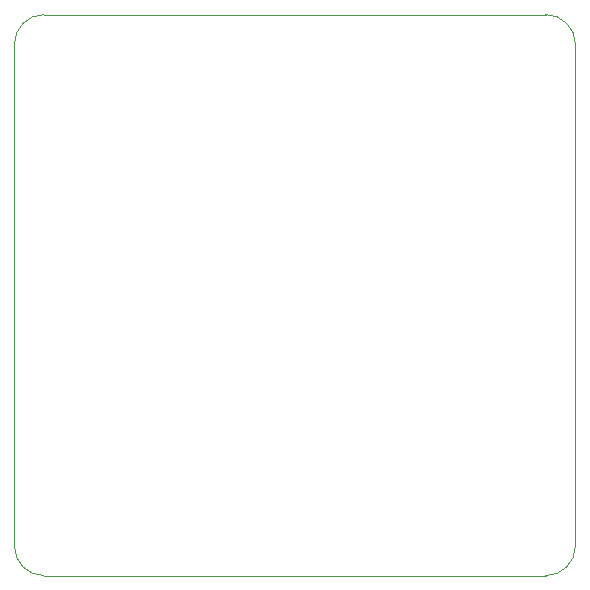
<source format=gbr>
%TF.GenerationSoftware,KiCad,Pcbnew,(5.1.6)-1*%
%TF.CreationDate,2020-08-20T16:43:32+07:00*%
%TF.ProjectId,drone_v3,64726f6e-655f-4763-932e-6b696361645f,rev?*%
%TF.SameCoordinates,Original*%
%TF.FileFunction,Profile,NP*%
%FSLAX46Y46*%
G04 Gerber Fmt 4.6, Leading zero omitted, Abs format (unit mm)*
G04 Created by KiCad (PCBNEW (5.1.6)-1) date 2020-08-20 16:43:32*
%MOMM*%
%LPD*%
G01*
G04 APERTURE LIST*
%TA.AperFunction,Profile*%
%ADD10C,0.050000*%
%TD*%
G04 APERTURE END LIST*
D10*
X107500000Y-130000000D02*
X150000000Y-130000000D01*
X107500000Y-130000000D02*
G75*
G02*
X105000000Y-127500000I0J2500000D01*
G01*
X105000000Y-85000000D02*
G75*
G02*
X107500000Y-82500000I2500000J0D01*
G01*
X152500000Y-127500000D02*
G75*
G02*
X150000000Y-130000000I-2500000J0D01*
G01*
X150000000Y-82500000D02*
G75*
G02*
X152500000Y-85000000I0J-2500000D01*
G01*
X105000000Y-85000000D02*
X105000000Y-127500000D01*
X150000000Y-82500000D02*
X107500000Y-82500000D01*
X152500000Y-127500000D02*
X152500000Y-85000000D01*
M02*

</source>
